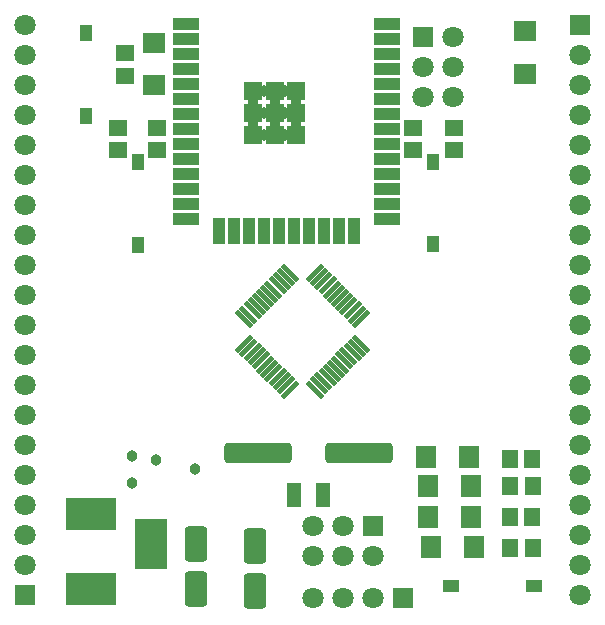
<source format=gts>
G04*
G04 #@! TF.GenerationSoftware,Altium Limited,Altium Designer,22.1.2 (22)*
G04*
G04 Layer_Color=8388736*
%FSTAX24Y24*%
%MOIN*%
G70*
G04*
G04 #@! TF.SameCoordinates,360A1761-899D-4A34-B866-C5D0D12458BF*
G04*
G04*
G04 #@! TF.FilePolarity,Negative*
G04*
G01*
G75*
%ADD33R,0.0867X0.0434*%
%ADD34R,0.0434X0.0867*%
%ADD35R,0.0604X0.0604*%
%ADD36R,0.0395X0.0552*%
G04:AMPARAMS|DCode=37|XSize=72.9mil|YSize=17.8mil|CornerRadius=0mil|HoleSize=0mil|Usage=FLASHONLY|Rotation=135.000|XOffset=0mil|YOffset=0mil|HoleType=Round|Shape=Rectangle|*
%AMROTATEDRECTD37*
4,1,4,0.0321,-0.0195,0.0195,-0.0321,-0.0321,0.0195,-0.0195,0.0321,0.0321,-0.0195,0.0*
%
%ADD37ROTATEDRECTD37*%

G04:AMPARAMS|DCode=38|XSize=72.9mil|YSize=17.8mil|CornerRadius=0mil|HoleSize=0mil|Usage=FLASHONLY|Rotation=225.000|XOffset=0mil|YOffset=0mil|HoleType=Round|Shape=Rectangle|*
%AMROTATEDRECTD38*
4,1,4,0.0195,0.0321,0.0321,0.0195,-0.0195,-0.0321,-0.0321,-0.0195,0.0195,0.0321,0.0*
%
%ADD38ROTATEDRECTD38*%

G04:AMPARAMS|DCode=39|XSize=224.5mil|YSize=67.1mil|CornerRadius=11.4mil|HoleSize=0mil|Usage=FLASHONLY|Rotation=180.000|XOffset=0mil|YOffset=0mil|HoleType=Round|Shape=RoundedRectangle|*
%AMROUNDEDRECTD39*
21,1,0.2245,0.0443,0,0,180.0*
21,1,0.2018,0.0671,0,0,180.0*
1,1,0.0228,-0.1009,0.0221*
1,1,0.0228,0.1009,0.0221*
1,1,0.0228,0.1009,-0.0221*
1,1,0.0228,-0.1009,-0.0221*
%
%ADD39ROUNDEDRECTD39*%
%ADD40R,0.0513X0.0828*%
%ADD41R,0.0552X0.0395*%
G04:AMPARAMS|DCode=42|XSize=118.1mil|YSize=72.8mil|CornerRadius=10.4mil|HoleSize=0mil|Usage=FLASHONLY|Rotation=270.000|XOffset=0mil|YOffset=0mil|HoleType=Round|Shape=RoundedRectangle|*
%AMROUNDEDRECTD42*
21,1,0.1181,0.0520,0,0,270.0*
21,1,0.0972,0.0728,0,0,270.0*
1,1,0.0209,-0.0260,-0.0486*
1,1,0.0209,-0.0260,0.0486*
1,1,0.0209,0.0260,0.0486*
1,1,0.0209,0.0260,-0.0486*
%
%ADD42ROUNDEDRECTD42*%
%ADD43R,0.0631X0.0552*%
%ADD44R,0.0552X0.0631*%
%ADD45R,0.0680X0.0730*%
%ADD46R,0.0730X0.0680*%
%ADD47C,0.0380*%
%ADD48R,0.0710X0.0710*%
%ADD49C,0.0710*%
%ADD50R,0.1080X0.1680*%
%ADD51R,0.1680X0.1080*%
%ADD52R,0.0710X0.0710*%
%ADD53C,0.0280*%
D33*
X015963Y023127D02*
D03*
Y023627D02*
D03*
Y024127D02*
D03*
Y024627D02*
D03*
Y025127D02*
D03*
Y025627D02*
D03*
Y026127D02*
D03*
Y026627D02*
D03*
Y027127D02*
D03*
Y027627D02*
D03*
Y028127D02*
D03*
Y028627D02*
D03*
Y029127D02*
D03*
Y029627D02*
D03*
X022656Y023127D02*
D03*
Y023627D02*
D03*
Y024127D02*
D03*
Y024627D02*
D03*
Y025127D02*
D03*
Y025627D02*
D03*
Y026127D02*
D03*
Y026627D02*
D03*
Y027127D02*
D03*
Y027627D02*
D03*
Y028127D02*
D03*
Y028627D02*
D03*
Y029127D02*
D03*
Y029627D02*
D03*
D34*
X019559Y022734D02*
D03*
X020059D02*
D03*
X020559D02*
D03*
X021059D02*
D03*
X021559D02*
D03*
X019059D02*
D03*
X018559D02*
D03*
X018059D02*
D03*
X017559D02*
D03*
X017059D02*
D03*
D35*
X018916Y026675D02*
D03*
X018193D02*
D03*
X019638D02*
D03*
X018916Y027397D02*
D03*
X018193D02*
D03*
X019638D02*
D03*
X018916Y025952D02*
D03*
X018193D02*
D03*
X019638D02*
D03*
D36*
X01263Y029328D02*
D03*
Y026572D02*
D03*
X01435Y025028D02*
D03*
Y022272D02*
D03*
X0242Y022294D02*
D03*
Y02505D02*
D03*
D37*
X020264Y017455D02*
D03*
X020403Y017594D02*
D03*
X020543Y017733D02*
D03*
X020682Y017872D02*
D03*
X020821Y018011D02*
D03*
X02096Y018151D02*
D03*
X021099Y01829D02*
D03*
X021239Y018429D02*
D03*
X021378Y018568D02*
D03*
X021517Y018707D02*
D03*
X021656Y018847D02*
D03*
X021795Y018986D02*
D03*
X019436Y021345D02*
D03*
X019297Y021206D02*
D03*
X019157Y021067D02*
D03*
X019018Y020928D02*
D03*
X018879Y020789D02*
D03*
X01874Y020649D02*
D03*
X018601Y02051D02*
D03*
X018461Y020371D02*
D03*
X018322Y020232D02*
D03*
X018183Y020093D02*
D03*
X018044Y019953D02*
D03*
X017905Y019814D02*
D03*
D38*
X021795D02*
D03*
X021656Y019953D02*
D03*
X021517Y020093D02*
D03*
X021378Y020232D02*
D03*
X021239Y020371D02*
D03*
X021099Y02051D02*
D03*
X02096Y020649D02*
D03*
X020821Y020789D02*
D03*
X020682Y020928D02*
D03*
X020543Y021067D02*
D03*
X020403Y021206D02*
D03*
X020264Y021345D02*
D03*
X017905Y018986D02*
D03*
X018044Y018847D02*
D03*
X018183Y018707D02*
D03*
X018322Y018568D02*
D03*
X018461Y018429D02*
D03*
X018601Y01829D02*
D03*
X01874Y018151D02*
D03*
X018879Y018011D02*
D03*
X019018Y017872D02*
D03*
X019157Y017733D02*
D03*
X019297Y017594D02*
D03*
X019436Y017455D02*
D03*
D39*
X018377Y01535D02*
D03*
X021723D02*
D03*
D40*
X020542Y01395D02*
D03*
X019558D02*
D03*
D41*
X0248Y0109D02*
D03*
X027556D02*
D03*
D42*
X0163Y010802D02*
D03*
Y012298D02*
D03*
X01825Y01075D02*
D03*
Y012246D02*
D03*
D43*
X013694Y026176D02*
D03*
Y025428D02*
D03*
X024894Y026176D02*
D03*
Y025428D02*
D03*
X014994Y026176D02*
D03*
Y025428D02*
D03*
X013926Y028672D02*
D03*
Y027924D02*
D03*
X023544Y026176D02*
D03*
Y025428D02*
D03*
D44*
X026752Y0132D02*
D03*
X0275D02*
D03*
X027526Y012176D02*
D03*
X026778D02*
D03*
Y014226D02*
D03*
X027526D02*
D03*
X026752Y01515D02*
D03*
X0275D02*
D03*
D45*
X02403Y01425D02*
D03*
X02545D02*
D03*
X02398Y0152D02*
D03*
X0254D02*
D03*
X02413Y0122D02*
D03*
X02555D02*
D03*
X02545Y0132D02*
D03*
X02403D02*
D03*
D46*
X02725Y0294D02*
D03*
Y02798D02*
D03*
X0149Y02902D02*
D03*
Y0276D02*
D03*
D47*
X018916Y027036D02*
D03*
X018193D02*
D03*
X019638D02*
D03*
X018193Y026313D02*
D03*
X018916D02*
D03*
X019638D02*
D03*
X018555Y026675D02*
D03*
X019277D02*
D03*
X018555Y027397D02*
D03*
X019277D02*
D03*
X018555Y025952D02*
D03*
X019277D02*
D03*
X01625Y0148D02*
D03*
X01495Y0151D02*
D03*
X01415Y01525D02*
D03*
X014179Y014329D02*
D03*
D48*
X0232Y0105D02*
D03*
X0222Y0129D02*
D03*
D49*
Y0105D02*
D03*
X0212D02*
D03*
X0202D02*
D03*
X0222Y0119D02*
D03*
X0212D02*
D03*
X0202D02*
D03*
X0212Y0129D02*
D03*
X0202D02*
D03*
X02387Y0272D02*
D03*
Y0282D02*
D03*
X02487Y0272D02*
D03*
Y0282D02*
D03*
Y0292D02*
D03*
X0291Y0286D02*
D03*
Y0276D02*
D03*
Y0266D02*
D03*
Y0256D02*
D03*
Y0246D02*
D03*
Y0236D02*
D03*
Y0226D02*
D03*
Y0216D02*
D03*
Y0206D02*
D03*
Y0196D02*
D03*
Y0186D02*
D03*
Y0176D02*
D03*
Y0166D02*
D03*
Y0156D02*
D03*
Y0146D02*
D03*
Y0136D02*
D03*
Y0126D02*
D03*
Y0116D02*
D03*
Y0106D02*
D03*
X0106Y0296D02*
D03*
Y0286D02*
D03*
Y0276D02*
D03*
Y0266D02*
D03*
Y0256D02*
D03*
Y0246D02*
D03*
Y0236D02*
D03*
Y0226D02*
D03*
Y0216D02*
D03*
Y0206D02*
D03*
Y0196D02*
D03*
Y0186D02*
D03*
Y0176D02*
D03*
Y0166D02*
D03*
Y0156D02*
D03*
Y0146D02*
D03*
Y0136D02*
D03*
Y0126D02*
D03*
Y0116D02*
D03*
D50*
X0148Y0123D02*
D03*
D51*
X0128Y0108D02*
D03*
Y0133D02*
D03*
D52*
X02387Y0292D02*
D03*
X0291Y0296D02*
D03*
X0106Y0106D02*
D03*
D53*
X02055Y01395D02*
D03*
X01955D02*
D03*
M02*

</source>
